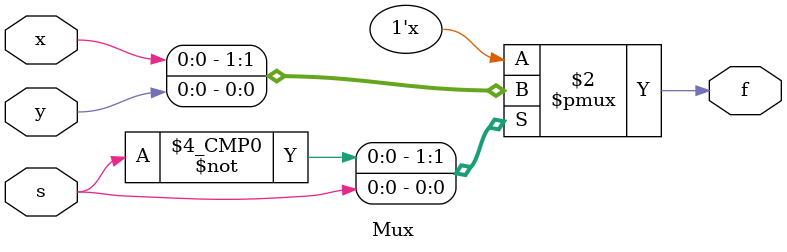
<source format=v>
module part2(Clock, Reset_b, Data, Function, ALUout);
	input Clock, Reset_b;
	input [2:0] Function;
	input [3:0] Data;
	output reg [7:0] ALUout;
	wire [4:0] added;
	wire [3:0] B;
	reg [7:0] q;
	
	
	assign B = ALUout [3:0];
	
	always @(posedge Clock)
	begin
		if(~Reset_b)
			ALUout <= 8'b00000000;
		else
		begin
			case(Function)
				3'b000: ALUout <= 8'b0 + added;
				3'b001: ALUout <= 8'b0 + Data+B;
				3'b010: ALUout <= {{4{B[3]}}, B};
				3'b011: ALUout <= {| {Data,B}};
				3'b100: ALUout <= {& {Data,B}};
				3'b101: ALUout <= B<<Data;
				3'b110: ALUout <= 8'b0 + Data*B;
				3'b111: ALUout <= 8'b0 + ALUout;
				default: ALUout <= 8'h00;
			endcase
		end
	end
	
	part2_a u0(
	.a(Data),
	.b(B),
	.c_in(1'b0),
	.s(added[3:0]),
	.c_out(added[4])
	);
	
endmodule

module part2_a(a, b, c_in, s, c_out);
	input [3:0] a,b;
	input c_in;
	output c_out;
	output [3:0] s;
	wire w0, w1, w2;
	
	FullAdder u0(
		.a(a[0]),
		.b(b[0]),
		.c_in(c_in),
		.s(s[0]),
		.c_out(w0)
	);
	
	FullAdder u1(
		.a(a[1]),
		.b(b[1]),
		.c_in(w0),
		.s(s[1]),
		.c_out(w1)
	);
	
	FullAdder u2(
		.a(a[2]),
		.b(b[2]),
		.c_in(w1),
		.s(s[2]),
		.c_out(w2)
	);
	
	FullAdder u3(
		.a(a[3]),
		.b(b[3]),
		.c_in(w2),
		.s(s[3]),
		.c_out(c_out)
	);
	
endmodule

module FullAdder(a,b,c_in,s,c_out);
	input a,b,c_in;
	output s,c_out;
	wire w0;
	
	assign w0 = a ^ b;
	assign s = w0 ^ c_in;
	
	Mux u0 (
		.x(b),
		.y(c_in),
		.s(w0),
		.f(c_out)
	);
	
endmodule
	

module Mux(x,y,s,f);
	input x,y,s;
	output reg f;
	
	always @(*)
	begin
		case(s)
			1'b0: f = x;
			1'b1: f = y;
			default f = 1'bx;
		endcase
	end
endmodule
</source>
